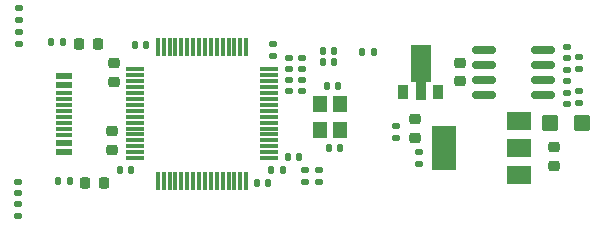
<source format=gtp>
G04 #@! TF.GenerationSoftware,KiCad,Pcbnew,(6.0.7-1)-1*
G04 #@! TF.CreationDate,2023-01-30T10:05:39-05:00*
G04 #@! TF.ProjectId,F405_pill,46343035-5f70-4696-9c6c-2e6b69636164,rev?*
G04 #@! TF.SameCoordinates,Original*
G04 #@! TF.FileFunction,Paste,Top*
G04 #@! TF.FilePolarity,Positive*
%FSLAX46Y46*%
G04 Gerber Fmt 4.6, Leading zero omitted, Abs format (unit mm)*
G04 Created by KiCad (PCBNEW (6.0.7-1)-1) date 2023-01-30 10:05:39*
%MOMM*%
%LPD*%
G01*
G04 APERTURE LIST*
G04 Aperture macros list*
%AMRoundRect*
0 Rectangle with rounded corners*
0 $1 Rounding radius*
0 $2 $3 $4 $5 $6 $7 $8 $9 X,Y pos of 4 corners*
0 Add a 4 corners polygon primitive as box body*
4,1,4,$2,$3,$4,$5,$6,$7,$8,$9,$2,$3,0*
0 Add four circle primitives for the rounded corners*
1,1,$1+$1,$2,$3*
1,1,$1+$1,$4,$5*
1,1,$1+$1,$6,$7*
1,1,$1+$1,$8,$9*
0 Add four rect primitives between the rounded corners*
20,1,$1+$1,$2,$3,$4,$5,0*
20,1,$1+$1,$4,$5,$6,$7,0*
20,1,$1+$1,$6,$7,$8,$9,0*
20,1,$1+$1,$8,$9,$2,$3,0*%
%AMFreePoly0*
4,1,9,3.862500,-0.866500,0.737500,-0.866500,0.737500,-0.450000,-0.737500,-0.450000,-0.737500,0.450000,0.737500,0.450000,0.737500,0.866500,3.862500,0.866500,3.862500,-0.866500,3.862500,-0.866500,$1*%
G04 Aperture macros list end*
%ADD10RoundRect,0.135000X0.185000X-0.135000X0.185000X0.135000X-0.185000X0.135000X-0.185000X-0.135000X0*%
%ADD11RoundRect,0.225000X0.250000X-0.225000X0.250000X0.225000X-0.250000X0.225000X-0.250000X-0.225000X0*%
%ADD12RoundRect,0.225000X-0.250000X0.225000X-0.250000X-0.225000X0.250000X-0.225000X0.250000X0.225000X0*%
%ADD13RoundRect,0.140000X0.140000X0.170000X-0.140000X0.170000X-0.140000X-0.170000X0.140000X-0.170000X0*%
%ADD14RoundRect,0.135000X-0.135000X-0.185000X0.135000X-0.185000X0.135000X0.185000X-0.135000X0.185000X0*%
%ADD15RoundRect,0.218750X-0.218750X-0.256250X0.218750X-0.256250X0.218750X0.256250X-0.218750X0.256250X0*%
%ADD16R,2.000000X1.500000*%
%ADD17R,2.000000X3.800000*%
%ADD18RoundRect,0.140000X0.170000X-0.140000X0.170000X0.140000X-0.170000X0.140000X-0.170000X-0.140000X0*%
%ADD19R,1.200000X1.400000*%
%ADD20RoundRect,0.140000X-0.140000X-0.170000X0.140000X-0.170000X0.140000X0.170000X-0.140000X0.170000X0*%
%ADD21RoundRect,0.140000X-0.170000X0.140000X-0.170000X-0.140000X0.170000X-0.140000X0.170000X0.140000X0*%
%ADD22RoundRect,0.250000X-0.450000X-0.425000X0.450000X-0.425000X0.450000X0.425000X-0.450000X0.425000X0*%
%ADD23R,1.450000X0.600000*%
%ADD24R,1.450000X0.300000*%
%ADD25RoundRect,0.135000X-0.185000X0.135000X-0.185000X-0.135000X0.185000X-0.135000X0.185000X0.135000X0*%
%ADD26RoundRect,0.218750X0.256250X-0.218750X0.256250X0.218750X-0.256250X0.218750X-0.256250X-0.218750X0*%
%ADD27RoundRect,0.075000X0.700000X0.075000X-0.700000X0.075000X-0.700000X-0.075000X0.700000X-0.075000X0*%
%ADD28RoundRect,0.075000X0.075000X0.700000X-0.075000X0.700000X-0.075000X-0.700000X0.075000X-0.700000X0*%
%ADD29R,0.900000X1.300000*%
%ADD30FreePoly0,90.000000*%
%ADD31RoundRect,0.147500X-0.172500X0.147500X-0.172500X-0.147500X0.172500X-0.147500X0.172500X0.147500X0*%
%ADD32RoundRect,0.150000X-0.825000X-0.150000X0.825000X-0.150000X0.825000X0.150000X-0.825000X0.150000X0*%
G04 APERTURE END LIST*
D10*
X130900000Y-88966000D03*
X130900000Y-87946000D03*
D11*
X104901000Y-87713000D03*
X104901000Y-86163000D03*
D12*
X105007000Y-80412000D03*
X105007000Y-81962000D03*
D13*
X106490000Y-89400000D03*
X105530000Y-89400000D03*
X107780000Y-78860000D03*
X106820000Y-78860000D03*
D14*
X126070000Y-79430000D03*
X127090000Y-79430000D03*
D15*
X102112500Y-78800000D03*
X103687500Y-78800000D03*
D16*
X139300000Y-89900000D03*
D17*
X133000000Y-87600000D03*
D16*
X139300000Y-87600000D03*
X139300000Y-85300000D03*
D18*
X96940000Y-91380000D03*
X96940000Y-90420000D03*
D19*
X124180000Y-86033000D03*
X124180000Y-83833000D03*
X122480000Y-83833000D03*
X122480000Y-86033000D03*
D18*
X119860000Y-80890000D03*
X119860000Y-79930000D03*
X118514000Y-79763000D03*
X118514000Y-78803000D03*
D20*
X123061000Y-82300000D03*
X124021000Y-82300000D03*
D10*
X128960000Y-86730000D03*
X128960000Y-85710000D03*
D21*
X119858000Y-81814000D03*
X119858000Y-82774000D03*
D20*
X119750000Y-88330000D03*
X120710000Y-88330000D03*
D22*
X141950000Y-85500000D03*
X144650000Y-85500000D03*
D11*
X134350000Y-81925000D03*
X134350000Y-80375000D03*
D23*
X100795000Y-81450000D03*
X100795000Y-82250000D03*
D24*
X100795000Y-83450000D03*
X100795000Y-84450000D03*
X100795000Y-84950000D03*
X100795000Y-85950000D03*
D23*
X100795000Y-87950000D03*
X100795000Y-87150000D03*
D24*
X100795000Y-86450000D03*
X100795000Y-85450000D03*
X100795000Y-83950000D03*
X100795000Y-82950000D03*
D25*
X96930000Y-92350000D03*
X96930000Y-93370000D03*
D21*
X121000000Y-81820000D03*
X121000000Y-82780000D03*
D10*
X96975000Y-78810000D03*
X96975000Y-77790000D03*
D20*
X117150000Y-90500000D03*
X118110000Y-90500000D03*
D26*
X130500000Y-86687500D03*
X130500000Y-85112500D03*
D27*
X118167000Y-88429000D03*
X118167000Y-87929000D03*
X118167000Y-87429000D03*
X118167000Y-86929000D03*
X118167000Y-86429000D03*
X118167000Y-85929000D03*
X118167000Y-85429000D03*
X118167000Y-84929000D03*
X118167000Y-84429000D03*
X118167000Y-83929000D03*
X118167000Y-83429000D03*
X118167000Y-82929000D03*
X118167000Y-82429000D03*
X118167000Y-81929000D03*
X118167000Y-81429000D03*
X118167000Y-80929000D03*
D28*
X116242000Y-79004000D03*
X115742000Y-79004000D03*
X115242000Y-79004000D03*
X114742000Y-79004000D03*
X114242000Y-79004000D03*
X113742000Y-79004000D03*
X113242000Y-79004000D03*
X112742000Y-79004000D03*
X112242000Y-79004000D03*
X111742000Y-79004000D03*
X111242000Y-79004000D03*
X110742000Y-79004000D03*
X110242000Y-79004000D03*
X109742000Y-79004000D03*
X109242000Y-79004000D03*
X108742000Y-79004000D03*
D27*
X106817000Y-80929000D03*
X106817000Y-81429000D03*
X106817000Y-81929000D03*
X106817000Y-82429000D03*
X106817000Y-82929000D03*
X106817000Y-83429000D03*
X106817000Y-83929000D03*
X106817000Y-84429000D03*
X106817000Y-84929000D03*
X106817000Y-85429000D03*
X106817000Y-85929000D03*
X106817000Y-86429000D03*
X106817000Y-86929000D03*
X106817000Y-87429000D03*
X106817000Y-87929000D03*
X106817000Y-88429000D03*
D28*
X108742000Y-90354000D03*
X109242000Y-90354000D03*
X109742000Y-90354000D03*
X110242000Y-90354000D03*
X110742000Y-90354000D03*
X111242000Y-90354000D03*
X111742000Y-90354000D03*
X112242000Y-90354000D03*
X112742000Y-90354000D03*
X113242000Y-90354000D03*
X113742000Y-90354000D03*
X114242000Y-90354000D03*
X114742000Y-90354000D03*
X115242000Y-90354000D03*
X115742000Y-90354000D03*
X116242000Y-90354000D03*
D29*
X129500000Y-82850000D03*
D30*
X131000000Y-82762500D03*
D29*
X132500000Y-82850000D03*
D10*
X97000000Y-76735000D03*
X97000000Y-75715000D03*
D20*
X122700000Y-79350000D03*
X123660000Y-79350000D03*
D18*
X143400000Y-79980000D03*
X143400000Y-79020000D03*
D10*
X144450000Y-83770000D03*
X144450000Y-82750000D03*
D13*
X124180000Y-87600000D03*
X123220000Y-87600000D03*
D31*
X121000000Y-79915000D03*
X121000000Y-80885000D03*
D10*
X121200000Y-90460000D03*
X121200000Y-89440000D03*
X122400000Y-90460000D03*
X122400000Y-89440000D03*
D20*
X122710000Y-80330000D03*
X123670000Y-80330000D03*
X118370000Y-89420000D03*
X119330000Y-89420000D03*
D32*
X136375000Y-79295000D03*
X136375000Y-80565000D03*
X136375000Y-81835000D03*
X136375000Y-83105000D03*
X141325000Y-83105000D03*
X141325000Y-81835000D03*
X141325000Y-80565000D03*
X141325000Y-79295000D03*
D14*
X99680000Y-78640000D03*
X100700000Y-78640000D03*
D21*
X143400000Y-80970000D03*
X143400000Y-81930000D03*
D15*
X102612500Y-90500000D03*
X104187500Y-90500000D03*
D12*
X142300000Y-87525000D03*
X142300000Y-89075000D03*
D18*
X143400000Y-83880000D03*
X143400000Y-82920000D03*
D14*
X100290000Y-90400000D03*
X101310000Y-90400000D03*
D10*
X144450000Y-80910000D03*
X144450000Y-79890000D03*
M02*

</source>
